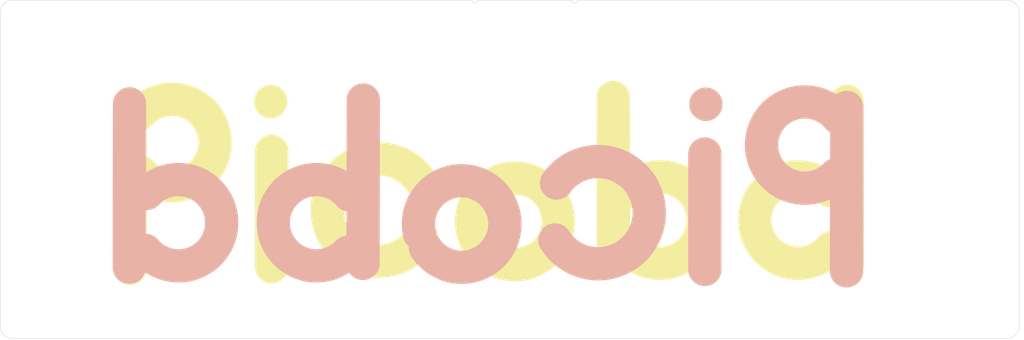
<source format=kicad_pcb>
(kicad_pcb (version 20211014) (generator pcbnew)
  (layers (0 "F.Cu" signal) (31 "B.Cu" signal) (34 "B.Paste" user) (35 "F.Paste" user) (36 "B.SilkS" user "B.Silkscreen") (37 "F.SilkS" user "F.Silkscreen") (38 "B.Mask" user) (39 "F.Mask" user) (44 "Edge.Cuts" user))
  (net 0 "")
  (net 1 "col1")
  (net 2 "col0")
  (footprint "footprint:M2_Hole" (layer "F.Cu") (at 24.125 96.1)
    (fp_text reference "" hide)
    (fp_text value "" hide)
    (pad "" np_thru_hole circle locked (at 0 0) (size 2.15 2.15) (drill 2.15) (layers *.Cu *.Mask))
  )
  (footprint "footprint:M2_Hole" (layer "F.Cu") (at 249.5 24.275)
    (fp_text reference "" hide)
    (fp_text value "" hide)
    (pad "" np_thru_hole circle locked (at 0 0) (size 2.15 2.15) (drill 2.15) (layers *.Cu *.Mask))
  )
  (footprint "footprint:M2_Hole" (layer "F.Cu") (at 190.3 24.275)
    (fp_text reference "" hide)
    (fp_text value "" hide)
    (pad "" np_thru_hole circle locked (at 0 0) (size 2.15 2.15) (drill 2.15) (layers *.Cu *.Mask))
  )
  (footprint "footprint:M2_Hole" (layer "F.Cu") (at 24.125 24.275)
    (fp_text reference "" hide)
    (fp_text value "" hide)
    (pad "" np_thru_hole circle locked (at 0 0) (size 2.15 2.15) (drill 2.15) (layers *.Cu *.Mask))
  )
  (footprint "" (layer "F.Cu") (at 209.325 96.1)
    (fp_text reference "" (at 0 0) (layer "F.SilkS") (effects (font (size 1.27 1.27))))
    (fp_text value "" (at 0 0) (layer "F.SilkS") (effects (font (size 1.27 1.27))))
    (pad "" np_thru_hole circle locked (at 0 0) (size 2.15 2.15) (drill 2.15) (layers *.Cu *.Mask))
  )
  (footprint "" (layer "F.Cu") (at 162.925 96.1)
    (fp_text reference "" (at 0 0) (layer "F.SilkS") (effects (font (size 1.27 1.27))))
    (fp_text value "" (at 0 0) (layer "F.SilkS") (effects (font (size 1.27 1.27))))
    (pad "" np_thru_hole circle locked (at 0 0) (size 2.15 2.15) (drill 2.15) (layers *.Cu *.Mask))
  )
  (footprint "footprint:M2_Hole" (layer "F.Cu") (at 80.7 24.275)
    (fp_text reference "" hide)
    (fp_text value "" hide)
    (pad "" np_thru_hole circle locked (at 0 0) (size 2.15 2.15) (drill 2.15) (layers *.Cu *.Mask))
  )
  (footprint "footprint:M2_Hole" (layer "F.Cu") (at 249.45 96.1)
    (fp_text reference "" hide)
    (fp_text value "" hide)
    (pad "" np_thru_hole circle locked (at 0 0) (size 2.15 2.15) (drill 2.15) (layers *.Cu *.Mask))
  )
  (footprint "footprint:M2_Hole" (layer "F.Cu") (at 124.85 24.275)
    (fp_text reference "" hide)
    (fp_text value "" hide)
    (pad "" np_thru_hole circle locked (at 0 0) (size 2.15 2.15) (drill 2.15) (layers *.Cu *.Mask))
  )
  (footprint "" (layer "F.Cu") (at 105.725 96.1)
    (fp_text reference "" (at 0 0) (layer "F.SilkS") (effects (font (size 1.27 1.27))))
    (fp_text value "" (at 0 0) (layer "F.SilkS") (effects (font (size 1.27 1.27))))
    (pad "" np_thru_hole circle locked (at 0 0) (size 2.15 2.15) (drill 2.15) (layers *.Cu *.Mask))
  )
  (gr_line (start 180.875848 56.6875) (end 180.869598 82.7) (layer "B.SilkS") (width 7.5))
  (gr_arc (start 100.499586 78.789585) (mid 83.650848 71.9125) (end 100.849586 65.964585) (layer "B.SilkS") (width 7.5))
  (gr_line (start 51.262499 45.4) (end 51.199999 82.225) (layer "B.SilkS") (width 7.5))
  (gr_line (start 212.857098 46.2) (end 212.794598 83.025) (layer "B.SilkS") (width 7.5))
  (gr_line (start 103.932098 44.525) (end 103.869598 81.35) (layer "B.SilkS") (width 7.5))
  (gr_line (start 181.103973 45.45625) (end 181.100848 45.5125) (layer "B.SilkS") (width 7.5))
  (gr_arc (start 147.450848 63.2375) (mid 168.352554 70.225193) (end 147.100848 76.0625) (layer "B.SilkS") (width 7.5))
  (gr_arc (start 116.575848 74.6125) (mid 135.061211 68.671657) (end 117.924142 77.799807) (layer "B.SilkS") (width 7.5))
  (gr_arc (start 55.171709 65.565919) (mid 72.020447 72.443004) (end 54.821709 78.390919) (layer "B.SilkS") (width 7.5))
  (gr_arc (start 210.499586 61.289585) (mid 193.650848 54.4125) (end 210.849586 48.464585) (layer "B.SilkS") (width 7.5))
  (gr_line (start 212.975849 81.6375) (end 212.913349 44.8125) (layer "F.SilkS") (width 7.5))
  (gr_line (start 83.075 44.925) (end 83.071875 44.86875) (layer "F.SilkS") (width 7.5))
  (gr_arc (start 209.354139 77.803419) (mid 192.155401 71.855504) (end 209.004139 64.978419) (layer "F.SilkS") (width 7.5))
  (gr_arc (start 117.075 75.475) (mid 95.823294 69.637693) (end 116.725 62.65) (layer "F.SilkS") (width 7.5))
  (gr_line (start 160.30625 80.7625) (end 160.24375 43.9375) (layer "F.SilkS") (width 7.5))
  (gr_arc (start 163.326262 65.377085) (mid 180.525 71.325) (end 163.676262 78.202085) (layer "F.SilkS") (width 7.5))
  (gr_line (start 83.30625 82.1125) (end 83.3 56.1) (layer "F.SilkS") (width 7.5))
  (gr_arc (start 146.251706 77.212307) (mid 129.003842 68.357528) (end 147.6 74.025) (layer "F.SilkS") (width 7.5))
  (gr_arc (start 53.326262 47.877085) (mid 70.525 53.825) (end 53.676262 60.702085) (layer "F.SilkS") (width 7.5))
  (gr_line (start 51.38125 82.4375) (end 51.31875 45.6125) (layer "F.SilkS") (width 7.5))
  (gr_line (start 25.05 98.25) (end 248.85 98.25) (layer "Edge.Cuts") (width 0.1))
  (gr_arc (start 152.154723 22.2896) (mid 152.234444 22.118722) (end 152.410964 22.052425) (layer "Edge.Cuts") (width 0.1))
  (gr_arc (start 152.154723 22.2896) (mid 151.558631 22.723001) (end 150.947575 22.310964) (layer "Edge.Cuts") (width 0.1))
  (gr_line (start 22.125 25) (end 22.125 95.4) (layer "Edge.Cuts") (width 0.1))
  (gr_line (start 129.935964 22.052425) (end 150.7104 22.054723) (layer "Edge.Cuts") (width 0.1))
  (gr_arc (start 22.125 25) (mid 22.931002 22.909557) (end 25 22.05) (layer "Edge.Cuts") (width 0.1))
  (gr_arc (start 25.05 98.25) (mid 22.961384 97.467593) (end 22.125 95.4) (layer "Edge.Cuts") (width 0.1))
  (gr_line (start 251.725762 24.925) (end 251.725 95.342553) (layer "Edge.Cuts") (width 0.1))
  (gr_arc (start 248.818315 22.05) (mid 250.897333 22.855148) (end 251.725762 24.925) (layer "Edge.Cuts") (width 0.1))
  (gr_arc (start 251.725 95.342553) (mid 250.919852 97.421571) (end 248.85 98.25) (layer "Edge.Cuts") (width 0.1))
  (gr_arc (start 150.7104 22.054723) (mid 150.881278 22.134444) (end 150.947575 22.310964) (layer "Edge.Cuts") (width 0.1))
  (gr_arc (start 128.2104 22.054723) (mid 128.381278 22.134444) (end 128.447575 22.310964) (layer "Edge.Cuts") (width 0.1))
  (gr_line (start 152.410964 22.052425) (end 248.818315 22.05) (layer "Edge.Cuts") (width 0.1))
  (gr_arc (start 129.679723 22.2896) (mid 129.759444 22.118722) (end 129.935964 22.052425) (layer "Edge.Cuts") (width 0.1))
  (gr_line (start 25 22.05) (end 128.2104 22.054723) (layer "Edge.Cuts") (width 0.1))
  (gr_arc (start 129.679723 22.2896) (mid 129.071127 22.731599) (end 128.447575 22.310964) (layer "Edge.Cuts") (width 0.1))
)
</source>
